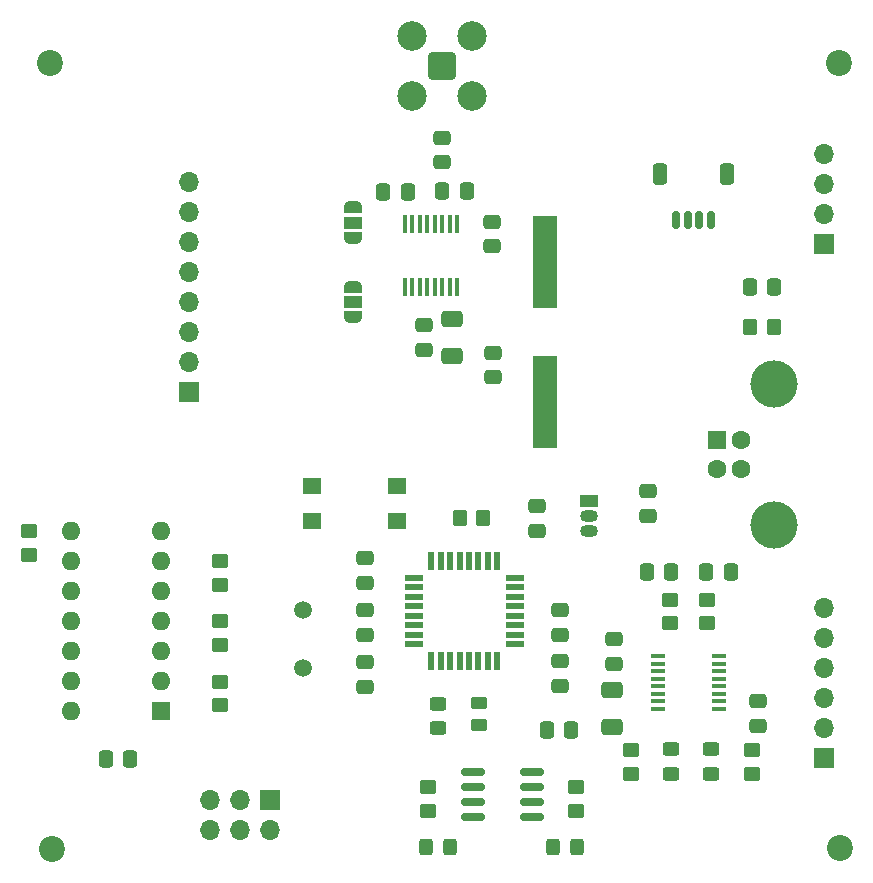
<source format=gbr>
%TF.GenerationSoftware,KiCad,Pcbnew,7.0.10*%
%TF.CreationDate,2024-11-11T15:21:43+02:00*%
%TF.ProjectId,Elektroniikkapaja-vastaanotin,456c656b-7472-46f6-9e69-696b6b617061,rev?*%
%TF.SameCoordinates,Original*%
%TF.FileFunction,Soldermask,Top*%
%TF.FilePolarity,Negative*%
%FSLAX46Y46*%
G04 Gerber Fmt 4.6, Leading zero omitted, Abs format (unit mm)*
G04 Created by KiCad (PCBNEW 7.0.10) date 2024-11-11 15:21:43*
%MOMM*%
%LPD*%
G01*
G04 APERTURE LIST*
G04 Aperture macros list*
%AMRoundRect*
0 Rectangle with rounded corners*
0 $1 Rounding radius*
0 $2 $3 $4 $5 $6 $7 $8 $9 X,Y pos of 4 corners*
0 Add a 4 corners polygon primitive as box body*
4,1,4,$2,$3,$4,$5,$6,$7,$8,$9,$2,$3,0*
0 Add four circle primitives for the rounded corners*
1,1,$1+$1,$2,$3*
1,1,$1+$1,$4,$5*
1,1,$1+$1,$6,$7*
1,1,$1+$1,$8,$9*
0 Add four rect primitives between the rounded corners*
20,1,$1+$1,$2,$3,$4,$5,0*
20,1,$1+$1,$4,$5,$6,$7,0*
20,1,$1+$1,$6,$7,$8,$9,0*
20,1,$1+$1,$8,$9,$2,$3,0*%
%AMFreePoly0*
4,1,19,0.550000,-0.750000,0.000000,-0.750000,0.000000,-0.744911,-0.071157,-0.744911,-0.207708,-0.704816,-0.327430,-0.627875,-0.420627,-0.520320,-0.479746,-0.390866,-0.500000,-0.250000,-0.500000,0.250000,-0.479746,0.390866,-0.420627,0.520320,-0.327430,0.627875,-0.207708,0.704816,-0.071157,0.744911,0.000000,0.744911,0.000000,0.750000,0.550000,0.750000,0.550000,-0.750000,0.550000,-0.750000,
$1*%
%AMFreePoly1*
4,1,19,0.000000,0.744911,0.071157,0.744911,0.207708,0.704816,0.327430,0.627875,0.420627,0.520320,0.479746,0.390866,0.500000,0.250000,0.500000,-0.250000,0.479746,-0.390866,0.420627,-0.520320,0.327430,-0.627875,0.207708,-0.704816,0.071157,-0.744911,0.000000,-0.744911,0.000000,-0.750000,-0.550000,-0.750000,-0.550000,0.750000,0.000000,0.750000,0.000000,0.744911,0.000000,0.744911,
$1*%
G04 Aperture macros list end*
%ADD10RoundRect,0.250000X0.475000X-0.337500X0.475000X0.337500X-0.475000X0.337500X-0.475000X-0.337500X0*%
%ADD11R,1.700000X1.700000*%
%ADD12O,1.700000X1.700000*%
%ADD13C,2.200000*%
%ADD14C,1.500000*%
%ADD15RoundRect,0.250000X0.325000X0.450000X-0.325000X0.450000X-0.325000X-0.450000X0.325000X-0.450000X0*%
%ADD16RoundRect,0.250000X0.450000X-0.325000X0.450000X0.325000X-0.450000X0.325000X-0.450000X-0.325000X0*%
%ADD17RoundRect,0.250000X0.350000X0.450000X-0.350000X0.450000X-0.350000X-0.450000X0.350000X-0.450000X0*%
%ADD18RoundRect,0.200100X-0.949900X-0.949900X0.949900X-0.949900X0.949900X0.949900X-0.949900X0.949900X0*%
%ADD19C,2.500000*%
%ADD20RoundRect,0.250000X-0.450000X0.350000X-0.450000X-0.350000X0.450000X-0.350000X0.450000X0.350000X0*%
%ADD21R,1.600000X0.550000*%
%ADD22R,0.550000X1.600000*%
%ADD23RoundRect,0.250000X-0.337500X-0.475000X0.337500X-0.475000X0.337500X0.475000X-0.337500X0.475000X0*%
%ADD24RoundRect,0.250000X0.450000X-0.350000X0.450000X0.350000X-0.450000X0.350000X-0.450000X-0.350000X0*%
%ADD25R,1.200000X0.400000*%
%ADD26RoundRect,0.250000X-0.475000X0.337500X-0.475000X-0.337500X0.475000X-0.337500X0.475000X0.337500X0*%
%ADD27RoundRect,0.150000X-0.825000X-0.150000X0.825000X-0.150000X0.825000X0.150000X-0.825000X0.150000X0*%
%ADD28R,1.500000X1.050000*%
%ADD29O,1.500000X1.050000*%
%ADD30RoundRect,0.250000X0.337500X0.475000X-0.337500X0.475000X-0.337500X-0.475000X0.337500X-0.475000X0*%
%ADD31RoundRect,0.150000X0.150000X0.625000X-0.150000X0.625000X-0.150000X-0.625000X0.150000X-0.625000X0*%
%ADD32RoundRect,0.250000X0.350000X0.650000X-0.350000X0.650000X-0.350000X-0.650000X0.350000X-0.650000X0*%
%ADD33R,2.000000X7.875000*%
%ADD34R,1.600000X1.400000*%
%ADD35RoundRect,0.250000X-0.650000X0.412500X-0.650000X-0.412500X0.650000X-0.412500X0.650000X0.412500X0*%
%ADD36R,1.600000X1.600000*%
%ADD37C,1.600000*%
%ADD38C,4.000000*%
%ADD39O,1.600000X1.600000*%
%ADD40FreePoly0,270.000000*%
%ADD41R,1.500000X1.000000*%
%ADD42FreePoly1,270.000000*%
%ADD43RoundRect,0.250000X-0.325000X-0.450000X0.325000X-0.450000X0.325000X0.450000X-0.325000X0.450000X0*%
%ADD44FreePoly0,90.000000*%
%ADD45FreePoly1,90.000000*%
%ADD46RoundRect,0.250000X-0.350000X-0.450000X0.350000X-0.450000X0.350000X0.450000X-0.350000X0.450000X0*%
%ADD47R,0.410000X1.600000*%
%ADD48RoundRect,0.250000X-0.450000X0.262500X-0.450000X-0.262500X0.450000X-0.262500X0.450000X0.262500X0*%
G04 APERTURE END LIST*
D10*
%TO.C,C14*%
X177220000Y-98445000D03*
X177220000Y-96370000D03*
%TD*%
D11*
%TO.C,J4*%
X169180000Y-116860000D03*
D12*
X169180000Y-119400000D03*
X166640000Y-116860000D03*
X166640000Y-119400000D03*
X164100000Y-116860000D03*
X164100000Y-119400000D03*
%TD*%
D10*
%TO.C,C5*%
X198310000Y-105270000D03*
X198310000Y-103195000D03*
%TD*%
D13*
%TO.C,H4*%
X217400000Y-120860000D03*
%TD*%
D14*
%TO.C,Y2*%
X171990000Y-105630000D03*
X171990000Y-100750000D03*
%TD*%
D15*
%TO.C,D3*%
X184412500Y-120800000D03*
X182362500Y-120800000D03*
%TD*%
D16*
%TO.C,D5*%
X183420000Y-110760000D03*
X183420000Y-108710000D03*
%TD*%
D17*
%TO.C,R12*%
X187220000Y-92930000D03*
X185220000Y-92930000D03*
%TD*%
D18*
%TO.C,J2*%
X183740000Y-54660000D03*
D19*
X181200000Y-52120000D03*
X181200000Y-57200000D03*
X186280000Y-52120000D03*
X186280000Y-57200000D03*
%TD*%
D20*
%TO.C,R3*%
X203020000Y-99860000D03*
X203020000Y-101860000D03*
%TD*%
D21*
%TO.C,U1*%
X181370000Y-98020000D03*
X181370000Y-98820000D03*
X181370000Y-99620000D03*
X181370000Y-100420000D03*
X181370000Y-101220000D03*
X181370000Y-102020000D03*
X181370000Y-102820000D03*
X181370000Y-103620000D03*
D22*
X182820000Y-105070000D03*
X183620000Y-105070000D03*
X184420000Y-105070000D03*
X185220000Y-105070000D03*
X186020000Y-105070000D03*
X186820000Y-105070000D03*
X187620000Y-105070000D03*
X188420000Y-105070000D03*
D21*
X189870000Y-103620000D03*
X189870000Y-102820000D03*
X189870000Y-102020000D03*
X189870000Y-101220000D03*
X189870000Y-100420000D03*
X189870000Y-99620000D03*
X189870000Y-98820000D03*
X189870000Y-98020000D03*
D22*
X188420000Y-96570000D03*
X187620000Y-96570000D03*
X186820000Y-96570000D03*
X186020000Y-96570000D03*
X185220000Y-96570000D03*
X184420000Y-96570000D03*
X183620000Y-96570000D03*
X182820000Y-96570000D03*
%TD*%
D16*
%TO.C,D2*%
X206530000Y-114580000D03*
X206530000Y-112530000D03*
%TD*%
D23*
%TO.C,C2*%
X206095000Y-97490000D03*
X208170000Y-97490000D03*
%TD*%
D24*
%TO.C,R2*%
X209950000Y-114620000D03*
X209950000Y-112620000D03*
%TD*%
%TO.C,R11*%
X148770000Y-96090000D03*
X148770000Y-94090000D03*
%TD*%
D25*
%TO.C,U3*%
X207200000Y-109092500D03*
X207200000Y-108457500D03*
X207200000Y-107822500D03*
X207200000Y-107187500D03*
X207200000Y-106552500D03*
X207200000Y-105917500D03*
X207200000Y-105282500D03*
X207200000Y-104647500D03*
X202000000Y-104647500D03*
X202000000Y-105282500D03*
X202000000Y-105917500D03*
X202000000Y-106552500D03*
X202000000Y-107187500D03*
X202000000Y-107822500D03*
X202000000Y-108457500D03*
X202000000Y-109092500D03*
%TD*%
D10*
%TO.C,C6*%
X201200000Y-92745000D03*
X201200000Y-90670000D03*
%TD*%
D26*
%TO.C,C9*%
X188020000Y-78952500D03*
X188020000Y-81027500D03*
%TD*%
D27*
%TO.C,U5*%
X186385000Y-114485000D03*
X186385000Y-115755000D03*
X186385000Y-117025000D03*
X186385000Y-118295000D03*
X191335000Y-118295000D03*
X191335000Y-117025000D03*
X191335000Y-115755000D03*
X191335000Y-114485000D03*
%TD*%
D20*
%TO.C,R6*%
X195050000Y-115760000D03*
X195050000Y-117760000D03*
%TD*%
D23*
%TO.C,C21*%
X155260000Y-113320000D03*
X157335000Y-113320000D03*
%TD*%
D26*
%TO.C,C13*%
X193710000Y-105075000D03*
X193710000Y-107150000D03*
%TD*%
D28*
%TO.C,U4*%
X196140000Y-91480000D03*
D29*
X196140000Y-92750000D03*
X196140000Y-94020000D03*
%TD*%
D30*
%TO.C,C1*%
X203130000Y-97510000D03*
X201055000Y-97510000D03*
%TD*%
D31*
%TO.C,J3*%
X206530000Y-67730000D03*
X205530000Y-67730000D03*
X204530000Y-67730000D03*
X203530000Y-67730000D03*
D32*
X207830000Y-63855000D03*
X202230000Y-63855000D03*
%TD*%
D30*
%TO.C,L2*%
X185825000Y-65290000D03*
X183750000Y-65290000D03*
%TD*%
D10*
%TO.C,C19*%
X183740000Y-62835000D03*
X183740000Y-60760000D03*
%TD*%
%TO.C,C16*%
X177240000Y-107225000D03*
X177240000Y-105150000D03*
%TD*%
D20*
%TO.C,R4*%
X206200000Y-99870000D03*
X206200000Y-101870000D03*
%TD*%
D10*
%TO.C,C18*%
X182220000Y-78700000D03*
X182220000Y-76625000D03*
%TD*%
D33*
%TO.C,Y1*%
X192480000Y-83155000D03*
X192480000Y-71280000D03*
%TD*%
D13*
%TO.C,H1*%
X150570000Y-54450000D03*
%TD*%
D34*
%TO.C,SW_reset1*%
X172760000Y-90220000D03*
X179960000Y-90220000D03*
X172760000Y-93220000D03*
X179960000Y-93220000D03*
%TD*%
D30*
%TO.C,C10*%
X194655000Y-110910000D03*
X192580000Y-110910000D03*
%TD*%
%TO.C,C11*%
X180845000Y-65320000D03*
X178770000Y-65320000D03*
%TD*%
D35*
%TO.C,C17*%
X184620000Y-76067500D03*
X184620000Y-79192500D03*
%TD*%
D36*
%TO.C,J1*%
X207012500Y-86330000D03*
D37*
X207012500Y-88830000D03*
X209012500Y-88830000D03*
X209012500Y-86330000D03*
D38*
X211872500Y-81580000D03*
X211872500Y-93580000D03*
%TD*%
D26*
%TO.C,C15*%
X177220000Y-100772500D03*
X177220000Y-102847500D03*
%TD*%
D36*
%TO.C,U6*%
X159980000Y-109330000D03*
D39*
X159980000Y-106790000D03*
X159980000Y-104250000D03*
X159980000Y-101710000D03*
X159980000Y-99170000D03*
X159980000Y-96630000D03*
X159980000Y-94090000D03*
X152360000Y-94090000D03*
X152360000Y-96630000D03*
X152360000Y-99170000D03*
X152360000Y-101710000D03*
X152360000Y-104250000D03*
X152360000Y-106790000D03*
X152360000Y-109330000D03*
%TD*%
D24*
%TO.C,R1*%
X199770000Y-114600000D03*
X199770000Y-112600000D03*
%TD*%
D13*
%TO.C,H2*%
X217310000Y-54440000D03*
%TD*%
D40*
%TO.C,JP2*%
X176180000Y-66640000D03*
D41*
X176180000Y-67940000D03*
D42*
X176180000Y-69240000D03*
%TD*%
D30*
%TO.C,C20*%
X211865000Y-73380000D03*
X209790000Y-73380000D03*
%TD*%
D11*
%TO.C,J7*%
X162270000Y-82250000D03*
D12*
X162270000Y-79710000D03*
X162270000Y-77170000D03*
X162270000Y-74630000D03*
X162270000Y-72090000D03*
X162270000Y-69550000D03*
X162270000Y-67010000D03*
X162270000Y-64470000D03*
%TD*%
D43*
%TO.C,D4*%
X193130000Y-120820000D03*
X195180000Y-120820000D03*
%TD*%
D11*
%TO.C,J6*%
X216070000Y-113250000D03*
D12*
X216070000Y-110710000D03*
X216070000Y-108170000D03*
X216070000Y-105630000D03*
X216070000Y-103090000D03*
X216070000Y-100550000D03*
%TD*%
D35*
%TO.C,C3*%
X198140000Y-107537500D03*
X198140000Y-110662500D03*
%TD*%
D10*
%TO.C,C12*%
X193730000Y-102815000D03*
X193730000Y-100740000D03*
%TD*%
%TO.C,C7*%
X191790000Y-94027500D03*
X191790000Y-91952500D03*
%TD*%
D11*
%TO.C,J5*%
X216080000Y-69730000D03*
D12*
X216080000Y-67190000D03*
X216080000Y-64650000D03*
X216080000Y-62110000D03*
%TD*%
D24*
%TO.C,R8*%
X164970000Y-108800000D03*
X164970000Y-106800000D03*
%TD*%
D26*
%TO.C,C4*%
X210470000Y-108455000D03*
X210470000Y-110530000D03*
%TD*%
D24*
%TO.C,R9*%
X164960000Y-103710000D03*
X164960000Y-101710000D03*
%TD*%
D44*
%TO.C,JP1*%
X176170000Y-75960000D03*
D41*
X176170000Y-74660000D03*
D45*
X176170000Y-73360000D03*
%TD*%
D46*
%TO.C,R7*%
X209840000Y-76770000D03*
X211840000Y-76770000D03*
%TD*%
D26*
%TO.C,C8*%
X187990000Y-67860000D03*
X187990000Y-69935000D03*
%TD*%
D47*
%TO.C,U2*%
X185025000Y-68070000D03*
X184390000Y-68070000D03*
X183755000Y-68070000D03*
X183120000Y-68070000D03*
X182485000Y-68070000D03*
X181850000Y-68070000D03*
X181215000Y-68070000D03*
X180580000Y-68070000D03*
X180580000Y-73378600D03*
X181215000Y-73378600D03*
X181850000Y-73378600D03*
X182485000Y-73378600D03*
X183120000Y-73378600D03*
X183755000Y-73378600D03*
X184390000Y-73378600D03*
X185025000Y-73378600D03*
%TD*%
D13*
%TO.C,H3*%
X150720000Y-120970000D03*
%TD*%
D20*
%TO.C,R5*%
X182510000Y-115750000D03*
X182510000Y-117750000D03*
%TD*%
D24*
%TO.C,R10*%
X164970000Y-98630000D03*
X164970000Y-96630000D03*
%TD*%
D48*
%TO.C,R13*%
X186830000Y-108647500D03*
X186830000Y-110472500D03*
%TD*%
D16*
%TO.C,D1*%
X203110000Y-114580000D03*
X203110000Y-112530000D03*
%TD*%
M02*

</source>
